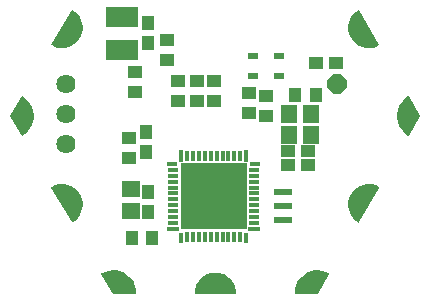
<source format=gbr>
G04 EAGLE Gerber RS-274X export*
G75*
%MOMM*%
%FSLAX34Y34*%
%LPD*%
%INSoldermask Bottom*%
%IPPOS*%
%AMOC8*
5,1,8,0,0,1.08239X$1,22.5*%
G01*
%ADD10R,1.201600X1.101600*%
%ADD11R,1.401600X1.601600*%
%ADD12R,1.101600X1.201600*%
%ADD13R,1.501597X0.501600*%
%ADD14R,1.601600X1.401600*%
%ADD15C,1.101600*%
%ADD16R,0.914400X0.355600*%
%ADD17R,0.355600X0.914400*%
%ADD18R,5.613400X5.613400*%
%ADD19R,0.952500X0.396875*%
%ADD20R,0.396875X1.031875*%
%ADD21R,1.031875X0.396875*%
%ADD22R,0.396875X0.952500*%
%ADD23P,1.759533X8X202.500000*%
%ADD24C,1.625600*%
%ADD25R,0.901600X0.601600*%
%ADD26R,2.801600X1.701600*%

G36*
X366179Y190594D02*
X366179Y190594D01*
X366208Y190592D01*
X366275Y190614D01*
X366345Y190628D01*
X366369Y190644D01*
X366397Y190653D01*
X366450Y190700D01*
X366509Y190740D01*
X366525Y190765D01*
X366547Y190784D01*
X366578Y190848D01*
X366616Y190908D01*
X366621Y190937D01*
X366633Y190963D01*
X366642Y191062D01*
X366649Y191104D01*
X366646Y191115D01*
X366648Y191129D01*
X366416Y193927D01*
X366406Y193960D01*
X366402Y194008D01*
X365713Y196730D01*
X365698Y196761D01*
X365686Y196808D01*
X364558Y199379D01*
X364538Y199407D01*
X364519Y199452D01*
X362983Y201802D01*
X362959Y201827D01*
X362933Y201867D01*
X361031Y203933D01*
X361003Y203953D01*
X360970Y203989D01*
X358755Y205713D01*
X358724Y205729D01*
X358686Y205758D01*
X356216Y207095D01*
X356183Y207105D01*
X356141Y207128D01*
X354955Y207535D01*
X353501Y208034D01*
X353485Y208040D01*
X353451Y208044D01*
X353405Y208060D01*
X350636Y208522D01*
X350601Y208521D01*
X350554Y208529D01*
X347746Y208529D01*
X347712Y208522D01*
X347664Y208522D01*
X344895Y208060D01*
X344862Y208047D01*
X344815Y208040D01*
X342159Y207128D01*
X342129Y207110D01*
X342084Y207095D01*
X339614Y205758D01*
X339588Y205736D01*
X339545Y205713D01*
X337330Y203989D01*
X337307Y203962D01*
X337269Y203933D01*
X335367Y201867D01*
X335349Y201838D01*
X335317Y201802D01*
X333781Y199452D01*
X333768Y199419D01*
X333742Y199379D01*
X332614Y196808D01*
X332607Y196774D01*
X332604Y196768D01*
X332598Y196759D01*
X332597Y196753D01*
X332587Y196730D01*
X331898Y194008D01*
X331896Y193973D01*
X331884Y193927D01*
X331652Y191129D01*
X331656Y191100D01*
X331651Y191071D01*
X331668Y191002D01*
X331676Y190931D01*
X331690Y190906D01*
X331697Y190878D01*
X331739Y190820D01*
X331774Y190759D01*
X331798Y190741D01*
X331815Y190717D01*
X331876Y190681D01*
X331933Y190638D01*
X331961Y190631D01*
X331986Y190616D01*
X332084Y190599D01*
X332125Y190589D01*
X332136Y190591D01*
X332150Y190588D01*
X366150Y190588D01*
X366179Y190594D01*
G37*
G36*
X227757Y250897D02*
X227757Y250897D01*
X227828Y250894D01*
X227855Y250905D01*
X227884Y250907D01*
X227974Y250949D01*
X228014Y250964D01*
X228022Y250972D01*
X228035Y250977D01*
X230338Y252577D01*
X230362Y252602D01*
X230402Y252629D01*
X232411Y254586D01*
X232430Y254615D01*
X232465Y254649D01*
X234124Y256909D01*
X234139Y256941D01*
X234168Y256980D01*
X235432Y259483D01*
X235441Y259516D01*
X235463Y259559D01*
X236299Y262236D01*
X236302Y262271D01*
X236317Y262317D01*
X236700Y265095D01*
X236698Y265130D01*
X236704Y265177D01*
X236625Y267981D01*
X236617Y268015D01*
X236616Y268063D01*
X236077Y270815D01*
X236063Y270847D01*
X236054Y270894D01*
X235069Y273520D01*
X235054Y273545D01*
X235049Y273564D01*
X235041Y273575D01*
X235034Y273594D01*
X233630Y276022D01*
X233607Y276048D01*
X233583Y276090D01*
X231799Y278254D01*
X231772Y278275D01*
X231741Y278313D01*
X229625Y280153D01*
X229595Y280170D01*
X229559Y280202D01*
X227168Y281669D01*
X227136Y281681D01*
X227095Y281706D01*
X224496Y282760D01*
X224462Y282766D01*
X224417Y282784D01*
X221680Y283396D01*
X221645Y283397D01*
X221598Y283407D01*
X218798Y283560D01*
X218764Y283555D01*
X218716Y283558D01*
X215928Y283247D01*
X215895Y283237D01*
X215847Y283231D01*
X213149Y282466D01*
X213119Y282451D01*
X213072Y282437D01*
X210537Y281239D01*
X210513Y281221D01*
X210486Y281211D01*
X210434Y281162D01*
X210377Y281120D01*
X210363Y281095D01*
X210342Y281075D01*
X210313Y281009D01*
X210277Y280948D01*
X210274Y280919D01*
X210262Y280892D01*
X210261Y280821D01*
X210252Y280751D01*
X210260Y280723D01*
X210260Y280693D01*
X210294Y280601D01*
X210306Y280559D01*
X210313Y280551D01*
X210318Y280538D01*
X227318Y251138D01*
X227337Y251116D01*
X227350Y251089D01*
X227403Y251042D01*
X227450Y250989D01*
X227476Y250976D01*
X227498Y250957D01*
X227565Y250934D01*
X227629Y250903D01*
X227658Y250902D01*
X227686Y250892D01*
X227757Y250897D01*
G37*
G36*
X479536Y398620D02*
X479536Y398620D01*
X479584Y398618D01*
X482372Y398928D01*
X482405Y398938D01*
X482453Y398944D01*
X485151Y399709D01*
X485181Y399725D01*
X485228Y399738D01*
X487763Y400936D01*
X487787Y400954D01*
X487814Y400964D01*
X487866Y401013D01*
X487923Y401055D01*
X487937Y401080D01*
X487959Y401100D01*
X487987Y401166D01*
X488023Y401227D01*
X488026Y401256D01*
X488038Y401283D01*
X488039Y401354D01*
X488048Y401424D01*
X488040Y401452D01*
X488040Y401482D01*
X488006Y401574D01*
X487994Y401616D01*
X487987Y401625D01*
X487982Y401637D01*
X470982Y431037D01*
X470963Y431059D01*
X470950Y431086D01*
X470897Y431133D01*
X470850Y431186D01*
X470824Y431199D01*
X470802Y431218D01*
X470735Y431241D01*
X470671Y431272D01*
X470642Y431273D01*
X470614Y431283D01*
X470543Y431278D01*
X470472Y431281D01*
X470445Y431270D01*
X470416Y431268D01*
X470326Y431226D01*
X470286Y431211D01*
X470278Y431204D01*
X470265Y431198D01*
X467962Y429598D01*
X467938Y429573D01*
X467898Y429546D01*
X465889Y427589D01*
X465870Y427560D01*
X465835Y427526D01*
X464176Y425266D01*
X464161Y425234D01*
X464132Y425195D01*
X462868Y422692D01*
X462859Y422659D01*
X462837Y422616D01*
X462001Y419939D01*
X461998Y419904D01*
X461983Y419858D01*
X461600Y417080D01*
X461602Y417045D01*
X461596Y416998D01*
X461675Y414194D01*
X461683Y414160D01*
X461684Y414112D01*
X462223Y411360D01*
X462237Y411328D01*
X462246Y411281D01*
X463231Y408655D01*
X463249Y408626D01*
X463266Y408581D01*
X464670Y406153D01*
X464693Y406127D01*
X464717Y406085D01*
X466501Y403921D01*
X466528Y403900D01*
X466559Y403862D01*
X468675Y402022D01*
X468705Y402005D01*
X468741Y401973D01*
X471132Y400506D01*
X471164Y400494D01*
X471205Y400469D01*
X473804Y399415D01*
X473838Y399409D01*
X473883Y399391D01*
X476620Y398779D01*
X476655Y398778D01*
X476702Y398768D01*
X479502Y398615D01*
X479536Y398620D01*
G37*
G36*
X470576Y250898D02*
X470576Y250898D01*
X470647Y250898D01*
X470674Y250909D01*
X470703Y250912D01*
X470765Y250947D01*
X470830Y250974D01*
X470851Y250995D01*
X470876Y251009D01*
X470939Y251086D01*
X470969Y251116D01*
X470973Y251127D01*
X470982Y251138D01*
X487982Y280538D01*
X487991Y280565D01*
X488008Y280589D01*
X488023Y280659D01*
X488045Y280726D01*
X488043Y280755D01*
X488049Y280784D01*
X488036Y280854D01*
X488030Y280924D01*
X488017Y280950D01*
X488011Y280979D01*
X487971Y281038D01*
X487939Y281101D01*
X487916Y281120D01*
X487900Y281144D01*
X487818Y281201D01*
X487785Y281228D01*
X487775Y281231D01*
X487763Y281239D01*
X485228Y282437D01*
X485194Y282446D01*
X485151Y282466D01*
X482453Y283231D01*
X482418Y283234D01*
X482372Y283247D01*
X479584Y283558D01*
X479550Y283554D01*
X479502Y283560D01*
X476702Y283407D01*
X476668Y283398D01*
X476620Y283396D01*
X473883Y282784D01*
X473851Y282770D01*
X473804Y282760D01*
X471205Y281706D01*
X471176Y281687D01*
X471132Y281669D01*
X468741Y280202D01*
X468716Y280178D01*
X468675Y280153D01*
X466559Y278313D01*
X466538Y278285D01*
X466501Y278254D01*
X464717Y276090D01*
X464701Y276059D01*
X464670Y276022D01*
X463266Y273594D01*
X463255Y273562D01*
X463248Y273549D01*
X463238Y273534D01*
X463238Y273532D01*
X463231Y273520D01*
X462246Y270894D01*
X462240Y270860D01*
X462223Y270815D01*
X461684Y268063D01*
X461684Y268028D01*
X461675Y267981D01*
X461596Y265177D01*
X461602Y265143D01*
X461600Y265095D01*
X461983Y262317D01*
X461995Y262284D01*
X462001Y262236D01*
X462837Y259559D01*
X462854Y259529D01*
X462868Y259483D01*
X464132Y256980D01*
X464154Y256952D01*
X464176Y256909D01*
X465835Y254649D01*
X465861Y254625D01*
X465889Y254586D01*
X467898Y252629D01*
X467927Y252611D01*
X467962Y252577D01*
X470265Y250977D01*
X470292Y250966D01*
X470315Y250947D01*
X470383Y250927D01*
X470448Y250899D01*
X470477Y250899D01*
X470505Y250890D01*
X470576Y250898D01*
G37*
G36*
X221598Y398768D02*
X221598Y398768D01*
X221632Y398777D01*
X221680Y398779D01*
X224417Y399391D01*
X224449Y399405D01*
X224496Y399415D01*
X227095Y400469D01*
X227124Y400488D01*
X227168Y400506D01*
X229559Y401973D01*
X229584Y401997D01*
X229625Y402022D01*
X231741Y403862D01*
X231762Y403890D01*
X231799Y403921D01*
X233583Y406085D01*
X233599Y406116D01*
X233630Y406153D01*
X235034Y408581D01*
X235045Y408613D01*
X235069Y408655D01*
X236054Y411281D01*
X236060Y411315D01*
X236077Y411360D01*
X236616Y414112D01*
X236616Y414147D01*
X236625Y414194D01*
X236704Y416998D01*
X236699Y417032D01*
X236700Y417080D01*
X236317Y419858D01*
X236305Y419891D01*
X236299Y419939D01*
X235463Y422616D01*
X235446Y422646D01*
X235432Y422692D01*
X234168Y425195D01*
X234146Y425223D01*
X234124Y425266D01*
X232465Y427526D01*
X232439Y427550D01*
X232411Y427589D01*
X230402Y429546D01*
X230373Y429564D01*
X230338Y429598D01*
X228035Y431198D01*
X228008Y431209D01*
X227985Y431228D01*
X227917Y431248D01*
X227852Y431276D01*
X227823Y431276D01*
X227795Y431285D01*
X227724Y431277D01*
X227653Y431277D01*
X227626Y431266D01*
X227597Y431263D01*
X227535Y431228D01*
X227470Y431201D01*
X227449Y431180D01*
X227424Y431166D01*
X227361Y431089D01*
X227331Y431059D01*
X227327Y431048D01*
X227318Y431037D01*
X210318Y401637D01*
X210309Y401610D01*
X210292Y401586D01*
X210277Y401516D01*
X210255Y401449D01*
X210257Y401420D01*
X210251Y401391D01*
X210264Y401321D01*
X210270Y401251D01*
X210283Y401225D01*
X210289Y401196D01*
X210329Y401137D01*
X210361Y401074D01*
X210384Y401055D01*
X210400Y401031D01*
X210482Y400974D01*
X210515Y400947D01*
X210525Y400944D01*
X210537Y400936D01*
X213072Y399738D01*
X213106Y399729D01*
X213149Y399709D01*
X215847Y398944D01*
X215882Y398941D01*
X215928Y398928D01*
X218716Y398618D01*
X218750Y398621D01*
X218798Y398615D01*
X221598Y398768D01*
G37*
G36*
X512877Y324098D02*
X512877Y324098D01*
X512948Y324098D01*
X512975Y324109D01*
X513004Y324112D01*
X513066Y324148D01*
X513131Y324175D01*
X513152Y324196D01*
X513177Y324210D01*
X513240Y324287D01*
X513270Y324318D01*
X513274Y324328D01*
X513283Y324338D01*
X522783Y340838D01*
X522793Y340870D01*
X522802Y340883D01*
X522806Y340908D01*
X522807Y340911D01*
X522838Y340982D01*
X522838Y341005D01*
X522846Y341027D01*
X522840Y341104D01*
X522841Y341181D01*
X522831Y341205D01*
X522830Y341225D01*
X522809Y341265D01*
X522783Y341337D01*
X513283Y357837D01*
X513264Y357858D01*
X513251Y357885D01*
X513198Y357932D01*
X513151Y357986D01*
X513125Y357998D01*
X513104Y358018D01*
X513036Y358041D01*
X512972Y358072D01*
X512943Y358073D01*
X512916Y358082D01*
X512844Y358078D01*
X512773Y358081D01*
X512746Y358071D01*
X512717Y358069D01*
X512627Y358026D01*
X512587Y358012D01*
X512579Y358004D01*
X512566Y357998D01*
X510043Y356257D01*
X510019Y356232D01*
X509981Y356206D01*
X507769Y354082D01*
X507750Y354054D01*
X507716Y354022D01*
X505874Y351570D01*
X505860Y351540D01*
X505831Y351502D01*
X504406Y348787D01*
X504397Y348756D01*
X504381Y348731D01*
X504380Y348723D01*
X504375Y348714D01*
X503404Y345805D01*
X503400Y345771D01*
X503385Y345727D01*
X502893Y342701D01*
X502894Y342667D01*
X502886Y342621D01*
X502886Y339554D01*
X502887Y339551D01*
X502887Y339548D01*
X502893Y339522D01*
X502893Y339521D01*
X502893Y339474D01*
X503385Y336448D01*
X503397Y336416D01*
X503404Y336370D01*
X504375Y333461D01*
X504392Y333432D01*
X504406Y333388D01*
X505831Y330673D01*
X505853Y330646D01*
X505874Y330605D01*
X507716Y328153D01*
X507741Y328131D01*
X507769Y328093D01*
X509981Y325969D01*
X510009Y325951D01*
X510043Y325918D01*
X512566Y324177D01*
X512593Y324165D01*
X512615Y324147D01*
X512684Y324127D01*
X512749Y324099D01*
X512778Y324098D01*
X512806Y324090D01*
X512877Y324098D01*
G37*
G36*
X185456Y324097D02*
X185456Y324097D01*
X185527Y324094D01*
X185554Y324104D01*
X185583Y324106D01*
X185673Y324149D01*
X185713Y324163D01*
X185721Y324171D01*
X185734Y324177D01*
X188257Y325918D01*
X188281Y325943D01*
X188319Y325969D01*
X190531Y328093D01*
X190550Y328121D01*
X190584Y328153D01*
X192426Y330605D01*
X192440Y330635D01*
X192469Y330673D01*
X193894Y333388D01*
X193903Y333420D01*
X193925Y333461D01*
X194896Y336370D01*
X194900Y336404D01*
X194915Y336448D01*
X195407Y339474D01*
X195406Y339508D01*
X195414Y339554D01*
X195414Y342621D01*
X195407Y342654D01*
X195407Y342701D01*
X194915Y345727D01*
X194903Y345759D01*
X194896Y345805D01*
X193925Y348714D01*
X193912Y348737D01*
X193906Y348761D01*
X193899Y348770D01*
X193894Y348787D01*
X192469Y351502D01*
X192447Y351529D01*
X192426Y351570D01*
X190584Y354022D01*
X190559Y354044D01*
X190531Y354082D01*
X188319Y356206D01*
X188291Y356224D01*
X188257Y356257D01*
X185734Y357998D01*
X185707Y358010D01*
X185685Y358028D01*
X185616Y358049D01*
X185551Y358076D01*
X185522Y358077D01*
X185494Y358085D01*
X185423Y358077D01*
X185352Y358077D01*
X185325Y358066D01*
X185296Y358063D01*
X185234Y358028D01*
X185169Y358000D01*
X185148Y357979D01*
X185123Y357965D01*
X185060Y357888D01*
X185030Y357857D01*
X185026Y357847D01*
X185017Y357837D01*
X175517Y341337D01*
X175493Y341264D01*
X175462Y341193D01*
X175462Y341170D01*
X175454Y341148D01*
X175461Y341071D01*
X175460Y340994D01*
X175469Y340970D01*
X175470Y340950D01*
X175491Y340910D01*
X175510Y340858D01*
X175511Y340853D01*
X175513Y340851D01*
X175517Y340838D01*
X185017Y324338D01*
X185036Y324317D01*
X185049Y324290D01*
X185102Y324243D01*
X185149Y324189D01*
X185175Y324177D01*
X185197Y324157D01*
X185264Y324134D01*
X185328Y324103D01*
X185357Y324102D01*
X185384Y324093D01*
X185456Y324097D01*
G37*
G36*
X435826Y190604D02*
X435826Y190604D01*
X435904Y190612D01*
X435923Y190623D01*
X435945Y190628D01*
X436009Y190672D01*
X436077Y190710D01*
X436093Y190729D01*
X436109Y190740D01*
X436133Y190778D01*
X436183Y190838D01*
X445683Y207338D01*
X445692Y207366D01*
X445708Y207389D01*
X445723Y207459D01*
X445746Y207527D01*
X445743Y207556D01*
X445749Y207584D01*
X445736Y207654D01*
X445730Y207725D01*
X445717Y207751D01*
X445711Y207779D01*
X445671Y207838D01*
X445638Y207902D01*
X445616Y207920D01*
X445600Y207944D01*
X445517Y208001D01*
X445485Y208028D01*
X445474Y208031D01*
X445464Y208039D01*
X442698Y209347D01*
X442665Y209355D01*
X442622Y209376D01*
X439682Y210223D01*
X439648Y210226D01*
X439604Y210239D01*
X436566Y210605D01*
X436532Y210602D01*
X436485Y210608D01*
X433428Y210481D01*
X433395Y210473D01*
X433348Y210471D01*
X430351Y209855D01*
X430320Y209842D01*
X430274Y209833D01*
X427414Y208745D01*
X427386Y208726D01*
X427342Y208710D01*
X424694Y207177D01*
X424668Y207154D01*
X424628Y207131D01*
X422260Y205193D01*
X422238Y205167D01*
X422202Y205137D01*
X420175Y202845D01*
X420159Y202815D01*
X420127Y202780D01*
X418495Y200192D01*
X418483Y200161D01*
X418458Y200121D01*
X417262Y197305D01*
X417255Y197271D01*
X417252Y197265D01*
X417248Y197258D01*
X417247Y197253D01*
X417236Y197228D01*
X416508Y194257D01*
X416506Y194223D01*
X416495Y194177D01*
X416252Y191127D01*
X416256Y191099D01*
X416251Y191071D01*
X416268Y191001D01*
X416276Y190930D01*
X416291Y190905D01*
X416297Y190878D01*
X416340Y190820D01*
X416376Y190757D01*
X416398Y190740D01*
X416415Y190717D01*
X416477Y190681D01*
X416534Y190637D01*
X416562Y190630D01*
X416586Y190616D01*
X416686Y190599D01*
X416727Y190589D01*
X416737Y190590D01*
X416750Y190588D01*
X435750Y190588D01*
X435826Y190604D01*
G37*
G36*
X281578Y190594D02*
X281578Y190594D01*
X281606Y190591D01*
X281674Y190614D01*
X281745Y190628D01*
X281768Y190644D01*
X281795Y190653D01*
X281850Y190700D01*
X281909Y190740D01*
X281924Y190764D01*
X281946Y190783D01*
X281977Y190847D01*
X282016Y190908D01*
X282021Y190936D01*
X282033Y190961D01*
X282042Y191063D01*
X282049Y191104D01*
X282047Y191114D01*
X282048Y191127D01*
X281805Y194177D01*
X281796Y194210D01*
X281792Y194257D01*
X281064Y197228D01*
X281049Y197259D01*
X281038Y197305D01*
X279842Y200121D01*
X279823Y200149D01*
X279805Y200192D01*
X278173Y202780D01*
X278149Y202805D01*
X278125Y202845D01*
X276098Y205137D01*
X276071Y205158D01*
X276040Y205193D01*
X273673Y207131D01*
X273642Y207147D01*
X273606Y207177D01*
X270958Y208710D01*
X270926Y208721D01*
X270886Y208745D01*
X268026Y209833D01*
X267993Y209839D01*
X267949Y209855D01*
X264952Y210471D01*
X264918Y210471D01*
X264872Y210481D01*
X261815Y210608D01*
X261781Y210602D01*
X261734Y210605D01*
X258696Y210239D01*
X258664Y210229D01*
X258618Y210223D01*
X255678Y209376D01*
X255648Y209360D01*
X255603Y209347D01*
X252837Y208039D01*
X252814Y208022D01*
X252787Y208012D01*
X252735Y207963D01*
X252677Y207920D01*
X252663Y207895D01*
X252642Y207875D01*
X252613Y207810D01*
X252577Y207748D01*
X252574Y207720D01*
X252562Y207693D01*
X252561Y207621D01*
X252552Y207551D01*
X252560Y207523D01*
X252560Y207494D01*
X252595Y207400D01*
X252606Y207359D01*
X252613Y207351D01*
X252617Y207338D01*
X262117Y190838D01*
X262169Y190780D01*
X262215Y190717D01*
X262234Y190706D01*
X262249Y190689D01*
X262319Y190656D01*
X262386Y190616D01*
X262411Y190612D01*
X262428Y190603D01*
X262473Y190601D01*
X262550Y190588D01*
X281550Y190588D01*
X281578Y190594D01*
G37*
D10*
X427600Y300038D03*
X410600Y300038D03*
D11*
X411188Y325438D03*
X430188Y325438D03*
D12*
X278838Y238125D03*
X295838Y238125D03*
D13*
X406400Y277112D03*
X406400Y265113D03*
X406400Y253113D03*
D10*
X434413Y385763D03*
X451413Y385763D03*
X427600Y311150D03*
X410600Y311150D03*
D12*
X292100Y259788D03*
X292100Y276788D03*
D14*
X277813Y279375D03*
X277813Y260375D03*
D10*
X276225Y322825D03*
X276225Y305825D03*
D11*
X411188Y342900D03*
X430188Y342900D03*
D12*
X433950Y358775D03*
X416950Y358775D03*
D15*
X514350Y341088D03*
X431750Y197988D03*
X266550Y197988D03*
X183950Y341088D03*
X473050Y412588D03*
X473050Y269588D03*
X349150Y197988D03*
X225250Y269588D03*
X225250Y412588D03*
D16*
X382207Y295556D03*
X382207Y290554D03*
X382207Y285553D03*
X382207Y280552D03*
X382207Y275551D03*
X382207Y270549D03*
X382207Y265548D03*
X382207Y260547D03*
X382207Y255546D03*
X382207Y250544D03*
D17*
X370169Y238506D03*
X365167Y238506D03*
X360166Y238506D03*
X355165Y238506D03*
X350164Y238506D03*
X345162Y238506D03*
X340161Y238506D03*
X335160Y238506D03*
X330159Y238506D03*
X325157Y238506D03*
D16*
X313119Y250544D03*
X313119Y255546D03*
X313119Y260547D03*
X313119Y265548D03*
X313119Y270549D03*
X313119Y275551D03*
X313119Y280552D03*
X313119Y285553D03*
X313119Y290554D03*
X313119Y295556D03*
D17*
X325157Y307594D03*
X330159Y307594D03*
X335160Y307594D03*
X340161Y307594D03*
X345162Y307594D03*
X350164Y307594D03*
X355165Y307594D03*
X360166Y307594D03*
X365167Y307594D03*
X370169Y307594D03*
D18*
X347663Y273050D03*
D19*
X312738Y300434D03*
D20*
X320278Y307578D03*
X375047Y307578D03*
D19*
X382588Y300434D03*
D21*
X382191Y245666D03*
D22*
X375047Y238125D03*
X320278Y238125D03*
D21*
X313134Y245666D03*
D23*
X452438Y368300D03*
D24*
X222250Y368300D03*
X222250Y342900D03*
X222250Y317500D03*
D10*
X377825Y360925D03*
X377825Y343925D03*
X392113Y357750D03*
X392113Y340750D03*
X317500Y370450D03*
X317500Y353450D03*
X347663Y370450D03*
X347663Y353450D03*
X333375Y370450D03*
X333375Y353450D03*
D12*
X292100Y419663D03*
X292100Y402663D03*
D25*
X381113Y392113D03*
X403113Y392113D03*
X381113Y374650D03*
X403113Y374650D03*
D10*
X280988Y361388D03*
X280988Y378388D03*
X307975Y388375D03*
X307975Y405375D03*
D26*
X269875Y397163D03*
X269875Y425163D03*
D12*
X290513Y310588D03*
X290513Y327588D03*
M02*

</source>
